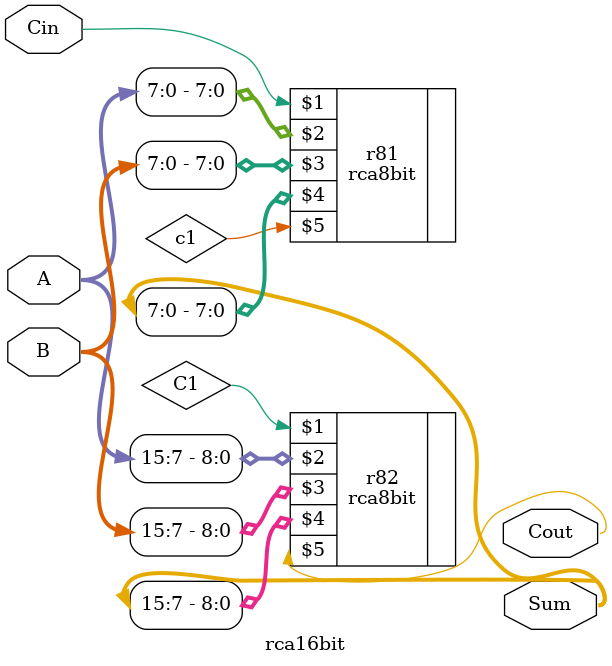
<source format=v>
`timescale 1ns / 1ps
module rca16bit(
    input Cin,
    input [15:0]A,
    input [15:0]B,
    output [15:0]Sum,
    output Cout
);
wire c1;

rca8bit r81(Cin,A[7:0],B[7:0],Sum[7:0],c1);
rca8bit r82(C1,A[15:7],B[15:7],Sum[15:7],Cout);
endmodule

</source>
